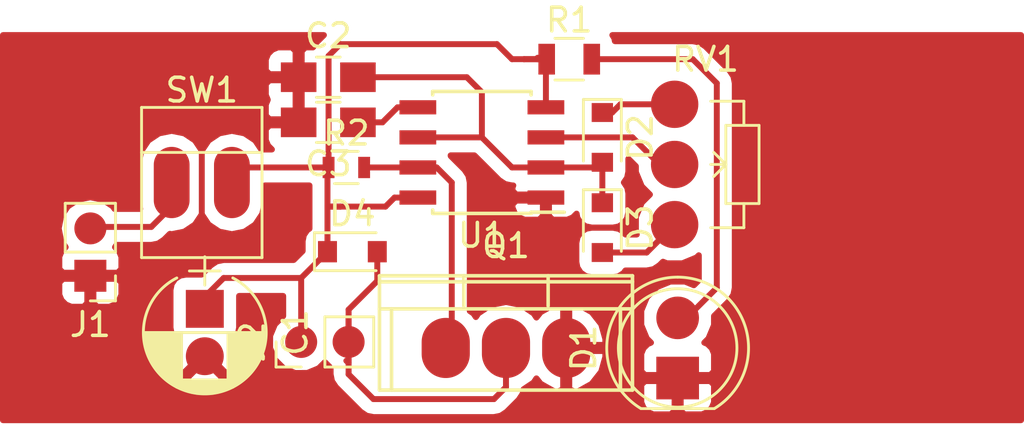
<source format=kicad_pcb>
(kicad_pcb (version 4) (host pcbnew 4.0.6)

  (general
    (links 27)
    (no_connects 0)
    (area 0 0 0 0)
    (thickness 1.6)
    (drawings 0)
    (tracks 83)
    (zones 0)
    (modules 15)
    (nets 12)
  )

  (page A4)
  (layers
    (0 F.Cu signal)
    (31 B.Cu signal)
    (32 B.Adhes user)
    (33 F.Adhes user)
    (34 B.Paste user)
    (35 F.Paste user)
    (36 B.SilkS user)
    (37 F.SilkS user)
    (38 B.Mask user)
    (39 F.Mask user)
    (40 Dwgs.User user)
    (41 Cmts.User user)
    (42 Eco1.User user)
    (43 Eco2.User user)
    (44 Edge.Cuts user)
    (45 Margin user)
    (46 B.CrtYd user)
    (47 F.CrtYd user)
    (48 B.Fab user)
    (49 F.Fab user)
  )

  (setup
    (last_trace_width 0.25)
    (trace_clearance 0.2)
    (zone_clearance 0.508)
    (zone_45_only no)
    (trace_min 0.2)
    (segment_width 0.2)
    (edge_width 0.15)
    (via_size 0.6)
    (via_drill 0.4)
    (via_min_size 0.4)
    (via_min_drill 0.3)
    (uvia_size 0.3)
    (uvia_drill 0.1)
    (uvias_allowed no)
    (uvia_min_size 0.2)
    (uvia_min_drill 0.1)
    (pcb_text_width 0.3)
    (pcb_text_size 1.5 1.5)
    (mod_edge_width 0.15)
    (mod_text_size 1 1)
    (mod_text_width 0.15)
    (pad_size 1.35 1.35)
    (pad_drill 0)
    (pad_to_mask_clearance 0.2)
    (aux_axis_origin 0 0)
    (visible_elements FFFEFF5F)
    (pcbplotparams
      (layerselection 0x00030_80000001)
      (usegerberextensions false)
      (excludeedgelayer true)
      (linewidth 0.100000)
      (plotframeref false)
      (viasonmask false)
      (mode 1)
      (useauxorigin false)
      (hpglpennumber 1)
      (hpglpenspeed 20)
      (hpglpendiameter 15)
      (hpglpenoverlay 2)
      (psnegative false)
      (psa4output false)
      (plotreference true)
      (plotvalue true)
      (plotinvisibletext false)
      (padsonsilk false)
      (subtractmaskfromsilk false)
      (outputformat 1)
      (mirror false)
      (drillshape 1)
      (scaleselection 1)
      (outputdirectory ""))
  )

  (net 0 "")
  (net 1 "Net-(C1-Pad1)")
  (net 2 "Net-(C1-Pad2)")
  (net 3 "Net-(C2-Pad2)")
  (net 4 "Net-(C3-Pad1)")
  (net 5 "Net-(D1-Pad2)")
  (net 6 "Net-(D2-Pad1)")
  (net 7 "Net-(D3-Pad2)")
  (net 8 "Net-(D4-Pad2)")
  (net 9 "Net-(J1-Pad2)")
  (net 10 "Net-(Q1-Pad1)")
  (net 11 "Net-(RV1-Pad2)")

  (net_class Default "This is the default net class."
    (clearance 0.2)
    (trace_width 0.25)
    (via_dia 0.6)
    (via_drill 0.4)
    (uvia_dia 0.3)
    (uvia_drill 0.1)
    (add_net "Net-(C1-Pad1)")
    (add_net "Net-(C1-Pad2)")
    (add_net "Net-(C2-Pad2)")
    (add_net "Net-(C3-Pad1)")
    (add_net "Net-(D1-Pad2)")
    (add_net "Net-(D2-Pad1)")
    (add_net "Net-(D3-Pad2)")
    (add_net "Net-(D4-Pad2)")
    (add_net "Net-(J1-Pad2)")
    (add_net "Net-(Q1-Pad1)")
    (add_net "Net-(RV1-Pad2)")
  )

  (module Diodes_SMD:D_0805 (layer F.Cu) (tedit 590CE9A4) (tstamp 59A6AC2C)
    (at 135.509 110.871)
    (descr "Diode SMD in 0805 package http://datasheets.avx.com/schottky.pdf")
    (tags "smd diode")
    (path /59A69CAF)
    (attr smd)
    (fp_text reference D4 (at 0 -1.6) (layer F.SilkS)
      (effects (font (size 1 1) (thickness 0.15)))
    )
    (fp_text value LL4148 (at 0 1.7) (layer F.Fab)
      (effects (font (size 1 1) (thickness 0.15)))
    )
    (fp_text user %R (at 0 -1.6) (layer F.Fab)
      (effects (font (size 1 1) (thickness 0.15)))
    )
    (fp_line (start -1.6 -0.8) (end -1.6 0.8) (layer F.SilkS) (width 0.12))
    (fp_line (start -1.7 0.88) (end -1.7 -0.88) (layer F.CrtYd) (width 0.05))
    (fp_line (start 1.7 0.88) (end -1.7 0.88) (layer F.CrtYd) (width 0.05))
    (fp_line (start 1.7 -0.88) (end 1.7 0.88) (layer F.CrtYd) (width 0.05))
    (fp_line (start -1.7 -0.88) (end 1.7 -0.88) (layer F.CrtYd) (width 0.05))
    (fp_line (start 0.2 0) (end 0.4 0) (layer F.Fab) (width 0.1))
    (fp_line (start -0.1 0) (end -0.3 0) (layer F.Fab) (width 0.1))
    (fp_line (start -0.1 -0.2) (end -0.1 0.2) (layer F.Fab) (width 0.1))
    (fp_line (start 0.2 0.2) (end 0.2 -0.2) (layer F.Fab) (width 0.1))
    (fp_line (start -0.1 0) (end 0.2 0.2) (layer F.Fab) (width 0.1))
    (fp_line (start 0.2 -0.2) (end -0.1 0) (layer F.Fab) (width 0.1))
    (fp_line (start -1 0.65) (end -1 -0.65) (layer F.Fab) (width 0.1))
    (fp_line (start 1 0.65) (end -1 0.65) (layer F.Fab) (width 0.1))
    (fp_line (start 1 -0.65) (end 1 0.65) (layer F.Fab) (width 0.1))
    (fp_line (start -1 -0.65) (end 1 -0.65) (layer F.Fab) (width 0.1))
    (fp_line (start -1.6 0.8) (end 1 0.8) (layer F.SilkS) (width 0.12))
    (fp_line (start -1.6 -0.8) (end 1 -0.8) (layer F.SilkS) (width 0.12))
    (pad 1 smd rect (at -1.05 0) (size 0.8 0.9) (layers F.Cu F.Paste F.Mask)
      (net 1 "Net-(C1-Pad1)"))
    (pad 2 smd rect (at 1.05 0) (size 0.8 0.9) (layers F.Cu F.Paste F.Mask)
      (net 8 "Net-(D4-Pad2)"))
    (model ${KISYS3DMOD}/Diodes_SMD.3dshapes/D_0805.wrl
      (at (xyz 0 0 0))
      (scale (xyz 1 1 1))
      (rotate (xyz 0 0 0))
    )
  )

  (module Capacitors_SMD:C_0805_HandSoldering (layer F.Cu) (tedit 58AA84A8) (tstamp 59A6AC14)
    (at 134.493 105.41 180)
    (descr "Capacitor SMD 0805, hand soldering")
    (tags "capacitor 0805")
    (path /59A69E55)
    (attr smd)
    (fp_text reference C3 (at 0 -1.75 180) (layer F.SilkS)
      (effects (font (size 1 1) (thickness 0.15)))
    )
    (fp_text value 100n (at 0 1.75 180) (layer F.Fab)
      (effects (font (size 1 1) (thickness 0.15)))
    )
    (fp_text user %R (at 0 -1.75 180) (layer F.Fab)
      (effects (font (size 1 1) (thickness 0.15)))
    )
    (fp_line (start -1 0.62) (end -1 -0.62) (layer F.Fab) (width 0.1))
    (fp_line (start 1 0.62) (end -1 0.62) (layer F.Fab) (width 0.1))
    (fp_line (start 1 -0.62) (end 1 0.62) (layer F.Fab) (width 0.1))
    (fp_line (start -1 -0.62) (end 1 -0.62) (layer F.Fab) (width 0.1))
    (fp_line (start 0.5 -0.85) (end -0.5 -0.85) (layer F.SilkS) (width 0.12))
    (fp_line (start -0.5 0.85) (end 0.5 0.85) (layer F.SilkS) (width 0.12))
    (fp_line (start -2.25 -0.88) (end 2.25 -0.88) (layer F.CrtYd) (width 0.05))
    (fp_line (start -2.25 -0.88) (end -2.25 0.87) (layer F.CrtYd) (width 0.05))
    (fp_line (start 2.25 0.87) (end 2.25 -0.88) (layer F.CrtYd) (width 0.05))
    (fp_line (start 2.25 0.87) (end -2.25 0.87) (layer F.CrtYd) (width 0.05))
    (pad 1 smd rect (at -1.25 0 180) (size 1.5 1.25) (layers F.Cu F.Paste F.Mask)
      (net 4 "Net-(C3-Pad1)"))
    (pad 2 smd rect (at 1.25 0 180) (size 1.5 1.25) (layers F.Cu F.Paste F.Mask)
      (net 2 "Net-(C1-Pad2)"))
    (model Capacitors_SMD.3dshapes/C_0805.wrl
      (at (xyz 0 0 0))
      (scale (xyz 1 1 1))
      (rotate (xyz 0 0 0))
    )
  )

  (module Connectors:PINHEAD1-2 (layer F.Cu) (tedit 59A6AFDE) (tstamp 59A6AC58)
    (at 127.889 107.95)
    (path /59A6D772)
    (fp_text reference SW1 (at 1.27 -3.9) (layer F.SilkS)
      (effects (font (size 1 1) (thickness 0.15)))
    )
    (fp_text value SW_SPST (at 1.27 3.81) (layer F.Fab)
      (effects (font (size 1 1) (thickness 0.15)))
    )
    (fp_line (start 3.81 -1.27) (end -1.27 -1.27) (layer F.SilkS) (width 0.12))
    (fp_line (start 3.81 3.17) (end -1.27 3.17) (layer F.SilkS) (width 0.12))
    (fp_line (start -1.27 -3.17) (end 3.81 -3.17) (layer F.SilkS) (width 0.12))
    (fp_line (start -1.27 -3.17) (end -1.27 3.17) (layer F.SilkS) (width 0.12))
    (fp_line (start 3.81 -3.17) (end 3.81 3.17) (layer F.SilkS) (width 0.12))
    (fp_line (start -1.52 -3.42) (end 4.06 -3.42) (layer F.CrtYd) (width 0.05))
    (fp_line (start -1.52 -3.42) (end -1.52 3.42) (layer F.CrtYd) (width 0.05))
    (fp_line (start 4.06 3.42) (end 4.06 -3.42) (layer F.CrtYd) (width 0.05))
    (fp_line (start 4.06 3.42) (end -1.52 3.42) (layer F.CrtYd) (width 0.05))
    (pad 1 smd oval (at 0 0) (size 1.51 3.01) (layers F.Cu F.Paste F.Mask)
      (net 9 "Net-(J1-Pad2)"))
    (pad 2 smd oval (at 2.54 0) (size 1.51 3.01) (layers F.Cu F.Paste F.Mask)
      (net 1 "Net-(C1-Pad1)"))
  )

  (module Capacitors_THT:CP_Radial_D5.0mm_P2.00mm (layer F.Cu) (tedit 59A6BF5F) (tstamp 59A6AC08)
    (at 129.286 113.284 270)
    (descr "CP, Radial series, Radial, pin pitch=2.00mm, , diameter=5mm, Electrolytic Capacitor")
    (tags "CP Radial series Radial pin pitch 2.00mm  diameter 5mm Electrolytic Capacitor")
    (path /59A6A163)
    (fp_text reference C1 (at 1 -3.81 270) (layer F.SilkS)
      (effects (font (size 1 1) (thickness 0.15)))
    )
    (fp_text value 100u (at 1 3.81 270) (layer F.Fab)
      (effects (font (size 1 1) (thickness 0.15)))
    )
    (fp_arc (start 1 0) (end -1.30558 -1.18) (angle 125.8) (layer F.SilkS) (width 0.12))
    (fp_arc (start 1 0) (end -1.30558 1.18) (angle -125.8) (layer F.SilkS) (width 0.12))
    (fp_arc (start 1 0) (end 3.30558 -1.18) (angle 54.2) (layer F.SilkS) (width 0.12))
    (fp_circle (center 1 0) (end 3.5 0) (layer F.Fab) (width 0.1))
    (fp_line (start -2.2 0) (end -1 0) (layer F.Fab) (width 0.1))
    (fp_line (start -1.6 -0.65) (end -1.6 0.65) (layer F.Fab) (width 0.1))
    (fp_line (start 1 -2.55) (end 1 2.55) (layer F.SilkS) (width 0.12))
    (fp_line (start 1.04 -2.55) (end 1.04 -0.98) (layer F.SilkS) (width 0.12))
    (fp_line (start 1.04 0.98) (end 1.04 2.55) (layer F.SilkS) (width 0.12))
    (fp_line (start 1.08 -2.549) (end 1.08 -0.98) (layer F.SilkS) (width 0.12))
    (fp_line (start 1.08 0.98) (end 1.08 2.549) (layer F.SilkS) (width 0.12))
    (fp_line (start 1.12 -2.548) (end 1.12 -0.98) (layer F.SilkS) (width 0.12))
    (fp_line (start 1.12 0.98) (end 1.12 2.548) (layer F.SilkS) (width 0.12))
    (fp_line (start 1.16 -2.546) (end 1.16 -0.98) (layer F.SilkS) (width 0.12))
    (fp_line (start 1.16 0.98) (end 1.16 2.546) (layer F.SilkS) (width 0.12))
    (fp_line (start 1.2 -2.543) (end 1.2 -0.98) (layer F.SilkS) (width 0.12))
    (fp_line (start 1.2 0.98) (end 1.2 2.543) (layer F.SilkS) (width 0.12))
    (fp_line (start 1.24 -2.539) (end 1.24 -0.98) (layer F.SilkS) (width 0.12))
    (fp_line (start 1.24 0.98) (end 1.24 2.539) (layer F.SilkS) (width 0.12))
    (fp_line (start 1.28 -2.535) (end 1.28 -0.98) (layer F.SilkS) (width 0.12))
    (fp_line (start 1.28 0.98) (end 1.28 2.535) (layer F.SilkS) (width 0.12))
    (fp_line (start 1.32 -2.531) (end 1.32 -0.98) (layer F.SilkS) (width 0.12))
    (fp_line (start 1.32 0.98) (end 1.32 2.531) (layer F.SilkS) (width 0.12))
    (fp_line (start 1.36 -2.525) (end 1.36 -0.98) (layer F.SilkS) (width 0.12))
    (fp_line (start 1.36 0.98) (end 1.36 2.525) (layer F.SilkS) (width 0.12))
    (fp_line (start 1.4 -2.519) (end 1.4 -0.98) (layer F.SilkS) (width 0.12))
    (fp_line (start 1.4 0.98) (end 1.4 2.519) (layer F.SilkS) (width 0.12))
    (fp_line (start 1.44 -2.513) (end 1.44 -0.98) (layer F.SilkS) (width 0.12))
    (fp_line (start 1.44 0.98) (end 1.44 2.513) (layer F.SilkS) (width 0.12))
    (fp_line (start 1.48 -2.506) (end 1.48 -0.98) (layer F.SilkS) (width 0.12))
    (fp_line (start 1.48 0.98) (end 1.48 2.506) (layer F.SilkS) (width 0.12))
    (fp_line (start 1.52 -2.498) (end 1.52 -0.98) (layer F.SilkS) (width 0.12))
    (fp_line (start 1.52 0.98) (end 1.52 2.498) (layer F.SilkS) (width 0.12))
    (fp_line (start 1.56 -2.489) (end 1.56 -0.98) (layer F.SilkS) (width 0.12))
    (fp_line (start 1.56 0.98) (end 1.56 2.489) (layer F.SilkS) (width 0.12))
    (fp_line (start 1.6 -2.48) (end 1.6 -0.98) (layer F.SilkS) (width 0.12))
    (fp_line (start 1.6 0.98) (end 1.6 2.48) (layer F.SilkS) (width 0.12))
    (fp_line (start 1.64 -2.47) (end 1.64 -0.98) (layer F.SilkS) (width 0.12))
    (fp_line (start 1.64 0.98) (end 1.64 2.47) (layer F.SilkS) (width 0.12))
    (fp_line (start 1.68 -2.46) (end 1.68 -0.98) (layer F.SilkS) (width 0.12))
    (fp_line (start 1.68 0.98) (end 1.68 2.46) (layer F.SilkS) (width 0.12))
    (fp_line (start 1.721 -2.448) (end 1.721 -0.98) (layer F.SilkS) (width 0.12))
    (fp_line (start 1.721 0.98) (end 1.721 2.448) (layer F.SilkS) (width 0.12))
    (fp_line (start 1.761 -2.436) (end 1.761 -0.98) (layer F.SilkS) (width 0.12))
    (fp_line (start 1.761 0.98) (end 1.761 2.436) (layer F.SilkS) (width 0.12))
    (fp_line (start 1.801 -2.424) (end 1.801 -0.98) (layer F.SilkS) (width 0.12))
    (fp_line (start 1.801 0.98) (end 1.801 2.424) (layer F.SilkS) (width 0.12))
    (fp_line (start 1.841 -2.41) (end 1.841 -0.98) (layer F.SilkS) (width 0.12))
    (fp_line (start 1.841 0.98) (end 1.841 2.41) (layer F.SilkS) (width 0.12))
    (fp_line (start 1.881 -2.396) (end 1.881 -0.98) (layer F.SilkS) (width 0.12))
    (fp_line (start 1.881 0.98) (end 1.881 2.396) (layer F.SilkS) (width 0.12))
    (fp_line (start 1.921 -2.382) (end 1.921 -0.98) (layer F.SilkS) (width 0.12))
    (fp_line (start 1.921 0.98) (end 1.921 2.382) (layer F.SilkS) (width 0.12))
    (fp_line (start 1.961 -2.366) (end 1.961 -0.98) (layer F.SilkS) (width 0.12))
    (fp_line (start 1.961 0.98) (end 1.961 2.366) (layer F.SilkS) (width 0.12))
    (fp_line (start 2.001 -2.35) (end 2.001 -0.98) (layer F.SilkS) (width 0.12))
    (fp_line (start 2.001 0.98) (end 2.001 2.35) (layer F.SilkS) (width 0.12))
    (fp_line (start 2.041 -2.333) (end 2.041 -0.98) (layer F.SilkS) (width 0.12))
    (fp_line (start 2.041 0.98) (end 2.041 2.333) (layer F.SilkS) (width 0.12))
    (fp_line (start 2.081 -2.315) (end 2.081 -0.98) (layer F.SilkS) (width 0.12))
    (fp_line (start 2.081 0.98) (end 2.081 2.315) (layer F.SilkS) (width 0.12))
    (fp_line (start 2.121 -2.296) (end 2.121 -0.98) (layer F.SilkS) (width 0.12))
    (fp_line (start 2.121 0.98) (end 2.121 2.296) (layer F.SilkS) (width 0.12))
    (fp_line (start 2.161 -2.276) (end 2.161 -0.98) (layer F.SilkS) (width 0.12))
    (fp_line (start 2.161 0.98) (end 2.161 2.276) (layer F.SilkS) (width 0.12))
    (fp_line (start 2.201 -2.256) (end 2.201 -0.98) (layer F.SilkS) (width 0.12))
    (fp_line (start 2.201 0.98) (end 2.201 2.256) (layer F.SilkS) (width 0.12))
    (fp_line (start 2.241 -2.234) (end 2.241 -0.98) (layer F.SilkS) (width 0.12))
    (fp_line (start 2.241 0.98) (end 2.241 2.234) (layer F.SilkS) (width 0.12))
    (fp_line (start 2.281 -2.212) (end 2.281 -0.98) (layer F.SilkS) (width 0.12))
    (fp_line (start 2.281 0.98) (end 2.281 2.212) (layer F.SilkS) (width 0.12))
    (fp_line (start 2.321 -2.189) (end 2.321 -0.98) (layer F.SilkS) (width 0.12))
    (fp_line (start 2.321 0.98) (end 2.321 2.189) (layer F.SilkS) (width 0.12))
    (fp_line (start 2.361 -2.165) (end 2.361 -0.98) (layer F.SilkS) (width 0.12))
    (fp_line (start 2.361 0.98) (end 2.361 2.165) (layer F.SilkS) (width 0.12))
    (fp_line (start 2.401 -2.14) (end 2.401 -0.98) (layer F.SilkS) (width 0.12))
    (fp_line (start 2.401 0.98) (end 2.401 2.14) (layer F.SilkS) (width 0.12))
    (fp_line (start 2.441 -2.113) (end 2.441 -0.98) (layer F.SilkS) (width 0.12))
    (fp_line (start 2.441 0.98) (end 2.441 2.113) (layer F.SilkS) (width 0.12))
    (fp_line (start 2.481 -2.086) (end 2.481 -0.98) (layer F.SilkS) (width 0.12))
    (fp_line (start 2.481 0.98) (end 2.481 2.086) (layer F.SilkS) (width 0.12))
    (fp_line (start 2.521 -2.058) (end 2.521 -0.98) (layer F.SilkS) (width 0.12))
    (fp_line (start 2.521 0.98) (end 2.521 2.058) (layer F.SilkS) (width 0.12))
    (fp_line (start 2.561 -2.028) (end 2.561 -0.98) (layer F.SilkS) (width 0.12))
    (fp_line (start 2.561 0.98) (end 2.561 2.028) (layer F.SilkS) (width 0.12))
    (fp_line (start 2.601 -1.997) (end 2.601 -0.98) (layer F.SilkS) (width 0.12))
    (fp_line (start 2.601 0.98) (end 2.601 1.997) (layer F.SilkS) (width 0.12))
    (fp_line (start 2.641 -1.965) (end 2.641 -0.98) (layer F.SilkS) (width 0.12))
    (fp_line (start 2.641 0.98) (end 2.641 1.965) (layer F.SilkS) (width 0.12))
    (fp_line (start 2.681 -1.932) (end 2.681 -0.98) (layer F.SilkS) (width 0.12))
    (fp_line (start 2.681 0.98) (end 2.681 1.932) (layer F.SilkS) (width 0.12))
    (fp_line (start 2.721 -1.897) (end 2.721 -0.98) (layer F.SilkS) (width 0.12))
    (fp_line (start 2.721 0.98) (end 2.721 1.897) (layer F.SilkS) (width 0.12))
    (fp_line (start 2.761 -1.861) (end 2.761 -0.98) (layer F.SilkS) (width 0.12))
    (fp_line (start 2.761 0.98) (end 2.761 1.861) (layer F.SilkS) (width 0.12))
    (fp_line (start 2.801 -1.823) (end 2.801 -0.98) (layer F.SilkS) (width 0.12))
    (fp_line (start 2.801 0.98) (end 2.801 1.823) (layer F.SilkS) (width 0.12))
    (fp_line (start 2.841 -1.783) (end 2.841 -0.98) (layer F.SilkS) (width 0.12))
    (fp_line (start 2.841 0.98) (end 2.841 1.783) (layer F.SilkS) (width 0.12))
    (fp_line (start 2.881 -1.742) (end 2.881 -0.98) (layer F.SilkS) (width 0.12))
    (fp_line (start 2.881 0.98) (end 2.881 1.742) (layer F.SilkS) (width 0.12))
    (fp_line (start 2.921 -1.699) (end 2.921 -0.98) (layer F.SilkS) (width 0.12))
    (fp_line (start 2.921 0.98) (end 2.921 1.699) (layer F.SilkS) (width 0.12))
    (fp_line (start 2.961 -1.654) (end 2.961 -0.98) (layer F.SilkS) (width 0.12))
    (fp_line (start 2.961 0.98) (end 2.961 1.654) (layer F.SilkS) (width 0.12))
    (fp_line (start 3.001 -1.606) (end 3.001 1.606) (layer F.SilkS) (width 0.12))
    (fp_line (start 3.041 -1.556) (end 3.041 1.556) (layer F.SilkS) (width 0.12))
    (fp_line (start 3.081 -1.504) (end 3.081 1.504) (layer F.SilkS) (width 0.12))
    (fp_line (start 3.121 -1.448) (end 3.121 1.448) (layer F.SilkS) (width 0.12))
    (fp_line (start 3.161 -1.39) (end 3.161 1.39) (layer F.SilkS) (width 0.12))
    (fp_line (start 3.201 -1.327) (end 3.201 1.327) (layer F.SilkS) (width 0.12))
    (fp_line (start 3.241 -1.261) (end 3.241 1.261) (layer F.SilkS) (width 0.12))
    (fp_line (start 3.281 -1.189) (end 3.281 1.189) (layer F.SilkS) (width 0.12))
    (fp_line (start 3.321 -1.112) (end 3.321 1.112) (layer F.SilkS) (width 0.12))
    (fp_line (start 3.361 -1.028) (end 3.361 1.028) (layer F.SilkS) (width 0.12))
    (fp_line (start 3.401 -0.934) (end 3.401 0.934) (layer F.SilkS) (width 0.12))
    (fp_line (start 3.441 -0.829) (end 3.441 0.829) (layer F.SilkS) (width 0.12))
    (fp_line (start 3.481 -0.707) (end 3.481 0.707) (layer F.SilkS) (width 0.12))
    (fp_line (start 3.521 -0.559) (end 3.521 0.559) (layer F.SilkS) (width 0.12))
    (fp_line (start 3.561 -0.354) (end 3.561 0.354) (layer F.SilkS) (width 0.12))
    (fp_line (start -2.2 0) (end -1 0) (layer F.SilkS) (width 0.12))
    (fp_line (start -1.6 -0.65) (end -1.6 0.65) (layer F.SilkS) (width 0.12))
    (fp_line (start -1.85 -2.85) (end -1.85 2.85) (layer F.CrtYd) (width 0.05))
    (fp_line (start -1.85 2.85) (end 3.85 2.85) (layer F.CrtYd) (width 0.05))
    (fp_line (start 3.85 2.85) (end 3.85 -2.85) (layer F.CrtYd) (width 0.05))
    (fp_line (start 3.85 -2.85) (end -1.85 -2.85) (layer F.CrtYd) (width 0.05))
    (fp_text user %R (at 1 0 270) (layer F.Fab)
      (effects (font (size 1 1) (thickness 0.15)))
    )
    (pad 1 smd rect (at 0 0 270) (size 1.6 1.6) (layers F.Cu F.Paste F.Mask)
      (net 1 "Net-(C1-Pad1)"))
    (pad 2 smd circle (at 2 0 270) (size 1.6 1.6) (layers F.Cu F.Paste F.Mask)
      (net 2 "Net-(C1-Pad2)"))
    (model ${KISYS3DMOD}/Capacitors_THT.3dshapes/CP_Radial_D5.0mm_P2.00mm.wrl
      (at (xyz 0 0 0))
      (scale (xyz 1 1 1))
      (rotate (xyz 0 0 0))
    )
  )

  (module Capacitors_SMD:C_0805_HandSoldering (layer F.Cu) (tedit 58AA84A8) (tstamp 59A6AC0E)
    (at 134.493 103.505)
    (descr "Capacitor SMD 0805, hand soldering")
    (tags "capacitor 0805")
    (path /59A69F07)
    (attr smd)
    (fp_text reference C2 (at 0 -1.75) (layer F.SilkS)
      (effects (font (size 1 1) (thickness 0.15)))
    )
    (fp_text value 10n (at 0 1.75) (layer F.Fab)
      (effects (font (size 1 1) (thickness 0.15)))
    )
    (fp_text user %R (at 0 -1.75) (layer F.Fab)
      (effects (font (size 1 1) (thickness 0.15)))
    )
    (fp_line (start -1 0.62) (end -1 -0.62) (layer F.Fab) (width 0.1))
    (fp_line (start 1 0.62) (end -1 0.62) (layer F.Fab) (width 0.1))
    (fp_line (start 1 -0.62) (end 1 0.62) (layer F.Fab) (width 0.1))
    (fp_line (start -1 -0.62) (end 1 -0.62) (layer F.Fab) (width 0.1))
    (fp_line (start 0.5 -0.85) (end -0.5 -0.85) (layer F.SilkS) (width 0.12))
    (fp_line (start -0.5 0.85) (end 0.5 0.85) (layer F.SilkS) (width 0.12))
    (fp_line (start -2.25 -0.88) (end 2.25 -0.88) (layer F.CrtYd) (width 0.05))
    (fp_line (start -2.25 -0.88) (end -2.25 0.87) (layer F.CrtYd) (width 0.05))
    (fp_line (start 2.25 0.87) (end 2.25 -0.88) (layer F.CrtYd) (width 0.05))
    (fp_line (start 2.25 0.87) (end -2.25 0.87) (layer F.CrtYd) (width 0.05))
    (pad 1 smd rect (at -1.25 0) (size 1.5 1.25) (layers F.Cu F.Paste F.Mask)
      (net 2 "Net-(C1-Pad2)"))
    (pad 2 smd rect (at 1.25 0) (size 1.5 1.25) (layers F.Cu F.Paste F.Mask)
      (net 3 "Net-(C2-Pad2)"))
    (model Capacitors_SMD.3dshapes/C_0805.wrl
      (at (xyz 0 0 0))
      (scale (xyz 1 1 1))
      (rotate (xyz 0 0 0))
    )
  )

  (module LEDs:LED_D5.0mm (layer F.Cu) (tedit 59A6AFBD) (tstamp 59A6AC1A)
    (at 149.225 116.205 90)
    (descr "LED, diameter 5.0mm, 2 pins, http://cdn-reichelt.de/documents/datenblatt/A500/LL-504BC2E-009.pdf")
    (tags "LED diameter 5.0mm 2 pins")
    (path /59A6AA9C)
    (fp_text reference D1 (at 1.27 -3.96 90) (layer F.SilkS)
      (effects (font (size 1 1) (thickness 0.15)))
    )
    (fp_text value LED (at 1.27 3.96 90) (layer F.Fab)
      (effects (font (size 1 1) (thickness 0.15)))
    )
    (fp_arc (start 1.27 0) (end -1.23 -1.469694) (angle 299.1) (layer F.Fab) (width 0.1))
    (fp_arc (start 1.27 0) (end -1.29 -1.54483) (angle 148.9) (layer F.SilkS) (width 0.12))
    (fp_arc (start 1.27 0) (end -1.29 1.54483) (angle -148.9) (layer F.SilkS) (width 0.12))
    (fp_circle (center 1.27 0) (end 3.77 0) (layer F.Fab) (width 0.1))
    (fp_circle (center 1.27 0) (end 3.77 0) (layer F.SilkS) (width 0.12))
    (fp_line (start -1.23 -1.469694) (end -1.23 1.469694) (layer F.Fab) (width 0.1))
    (fp_line (start -1.29 -1.545) (end -1.29 1.545) (layer F.SilkS) (width 0.12))
    (fp_line (start -1.95 -3.25) (end -1.95 3.25) (layer F.CrtYd) (width 0.05))
    (fp_line (start -1.95 3.25) (end 4.5 3.25) (layer F.CrtYd) (width 0.05))
    (fp_line (start 4.5 3.25) (end 4.5 -3.25) (layer F.CrtYd) (width 0.05))
    (fp_line (start 4.5 -3.25) (end -1.95 -3.25) (layer F.CrtYd) (width 0.05))
    (fp_text user %R (at 1.25 0 90) (layer F.Fab)
      (effects (font (size 0.8 0.8) (thickness 0.2)))
    )
    (pad 1 smd rect (at 0 0 90) (size 1.8 1.8) (layers F.Cu F.Paste F.Mask)
      (net 2 "Net-(C1-Pad2)"))
    (pad 2 smd circle (at 2.54 0 90) (size 1.8 1.8) (layers F.Cu F.Paste F.Mask)
      (net 5 "Net-(D1-Pad2)"))
    (model ${KISYS3DMOD}/LEDs.3dshapes/LED_D5.0mm.wrl
      (at (xyz 0 0 0))
      (scale (xyz 0.393701 0.393701 0.393701))
      (rotate (xyz 0 0 0))
    )
  )

  (module Diodes_SMD:D_0805 (layer F.Cu) (tedit 590CE9A4) (tstamp 59A6AC20)
    (at 146.05 106.045 270)
    (descr "Diode SMD in 0805 package http://datasheets.avx.com/schottky.pdf")
    (tags "smd diode")
    (path /59A6BF9C)
    (attr smd)
    (fp_text reference D2 (at 0 -1.6 270) (layer F.SilkS)
      (effects (font (size 1 1) (thickness 0.15)))
    )
    (fp_text value LL4148 (at 0 1.7 270) (layer F.Fab)
      (effects (font (size 1 1) (thickness 0.15)))
    )
    (fp_text user %R (at 0 -1.6 270) (layer F.Fab)
      (effects (font (size 1 1) (thickness 0.15)))
    )
    (fp_line (start -1.6 -0.8) (end -1.6 0.8) (layer F.SilkS) (width 0.12))
    (fp_line (start -1.7 0.88) (end -1.7 -0.88) (layer F.CrtYd) (width 0.05))
    (fp_line (start 1.7 0.88) (end -1.7 0.88) (layer F.CrtYd) (width 0.05))
    (fp_line (start 1.7 -0.88) (end 1.7 0.88) (layer F.CrtYd) (width 0.05))
    (fp_line (start -1.7 -0.88) (end 1.7 -0.88) (layer F.CrtYd) (width 0.05))
    (fp_line (start 0.2 0) (end 0.4 0) (layer F.Fab) (width 0.1))
    (fp_line (start -0.1 0) (end -0.3 0) (layer F.Fab) (width 0.1))
    (fp_line (start -0.1 -0.2) (end -0.1 0.2) (layer F.Fab) (width 0.1))
    (fp_line (start 0.2 0.2) (end 0.2 -0.2) (layer F.Fab) (width 0.1))
    (fp_line (start -0.1 0) (end 0.2 0.2) (layer F.Fab) (width 0.1))
    (fp_line (start 0.2 -0.2) (end -0.1 0) (layer F.Fab) (width 0.1))
    (fp_line (start -1 0.65) (end -1 -0.65) (layer F.Fab) (width 0.1))
    (fp_line (start 1 0.65) (end -1 0.65) (layer F.Fab) (width 0.1))
    (fp_line (start 1 -0.65) (end 1 0.65) (layer F.Fab) (width 0.1))
    (fp_line (start -1 -0.65) (end 1 -0.65) (layer F.Fab) (width 0.1))
    (fp_line (start -1.6 0.8) (end 1 0.8) (layer F.SilkS) (width 0.12))
    (fp_line (start -1.6 -0.8) (end 1 -0.8) (layer F.SilkS) (width 0.12))
    (pad 1 smd rect (at -1.05 0 270) (size 0.8 0.9) (layers F.Cu F.Paste F.Mask)
      (net 6 "Net-(D2-Pad1)"))
    (pad 2 smd rect (at 1.05 0 270) (size 0.8 0.9) (layers F.Cu F.Paste F.Mask)
      (net 3 "Net-(C2-Pad2)"))
    (model ${KISYS3DMOD}/Diodes_SMD.3dshapes/D_0805.wrl
      (at (xyz 0 0 0))
      (scale (xyz 1 1 1))
      (rotate (xyz 0 0 0))
    )
  )

  (module Diodes_SMD:D_0805 (layer F.Cu) (tedit 590CE9A4) (tstamp 59A6AC26)
    (at 146.05 109.855 270)
    (descr "Diode SMD in 0805 package http://datasheets.avx.com/schottky.pdf")
    (tags "smd diode")
    (path /59A6BFA2)
    (attr smd)
    (fp_text reference D3 (at 0 -1.6 270) (layer F.SilkS)
      (effects (font (size 1 1) (thickness 0.15)))
    )
    (fp_text value LL4148 (at 0 1.7 270) (layer F.Fab)
      (effects (font (size 1 1) (thickness 0.15)))
    )
    (fp_text user %R (at 0 -1.6 270) (layer F.Fab)
      (effects (font (size 1 1) (thickness 0.15)))
    )
    (fp_line (start -1.6 -0.8) (end -1.6 0.8) (layer F.SilkS) (width 0.12))
    (fp_line (start -1.7 0.88) (end -1.7 -0.88) (layer F.CrtYd) (width 0.05))
    (fp_line (start 1.7 0.88) (end -1.7 0.88) (layer F.CrtYd) (width 0.05))
    (fp_line (start 1.7 -0.88) (end 1.7 0.88) (layer F.CrtYd) (width 0.05))
    (fp_line (start -1.7 -0.88) (end 1.7 -0.88) (layer F.CrtYd) (width 0.05))
    (fp_line (start 0.2 0) (end 0.4 0) (layer F.Fab) (width 0.1))
    (fp_line (start -0.1 0) (end -0.3 0) (layer F.Fab) (width 0.1))
    (fp_line (start -0.1 -0.2) (end -0.1 0.2) (layer F.Fab) (width 0.1))
    (fp_line (start 0.2 0.2) (end 0.2 -0.2) (layer F.Fab) (width 0.1))
    (fp_line (start -0.1 0) (end 0.2 0.2) (layer F.Fab) (width 0.1))
    (fp_line (start 0.2 -0.2) (end -0.1 0) (layer F.Fab) (width 0.1))
    (fp_line (start -1 0.65) (end -1 -0.65) (layer F.Fab) (width 0.1))
    (fp_line (start 1 0.65) (end -1 0.65) (layer F.Fab) (width 0.1))
    (fp_line (start 1 -0.65) (end 1 0.65) (layer F.Fab) (width 0.1))
    (fp_line (start -1 -0.65) (end 1 -0.65) (layer F.Fab) (width 0.1))
    (fp_line (start -1.6 0.8) (end 1 0.8) (layer F.SilkS) (width 0.12))
    (fp_line (start -1.6 -0.8) (end 1 -0.8) (layer F.SilkS) (width 0.12))
    (pad 1 smd rect (at -1.05 0 270) (size 0.8 0.9) (layers F.Cu F.Paste F.Mask)
      (net 3 "Net-(C2-Pad2)"))
    (pad 2 smd rect (at 1.05 0 270) (size 0.8 0.9) (layers F.Cu F.Paste F.Mask)
      (net 7 "Net-(D3-Pad2)"))
    (model ${KISYS3DMOD}/Diodes_SMD.3dshapes/D_0805.wrl
      (at (xyz 0 0 0))
      (scale (xyz 1 1 1))
      (rotate (xyz 0 0 0))
    )
  )

  (module Pin_Headers:Pin_Header_Straight_1x02_Pitch2.00mm (layer F.Cu) (tedit 59A6AF8F) (tstamp 59A6AC3F)
    (at 133.35 114.681 90)
    (descr "Through hole straight pin header, 1x02, 2.00mm pitch, single row")
    (tags "Through hole pin header THT 1x02 2.00mm single row")
    (path /59A6A732)
    (fp_text reference J2 (at 0 -2.06 90) (layer F.SilkS)
      (effects (font (size 1 1) (thickness 0.15)))
    )
    (fp_text value motor (at 0 4.06 90) (layer F.Fab)
      (effects (font (size 1 1) (thickness 0.15)))
    )
    (fp_line (start -0.5 -1) (end 1 -1) (layer F.Fab) (width 0.1))
    (fp_line (start 1 -1) (end 1 3) (layer F.Fab) (width 0.1))
    (fp_line (start 1 3) (end -1 3) (layer F.Fab) (width 0.1))
    (fp_line (start -1 3) (end -1 -0.5) (layer F.Fab) (width 0.1))
    (fp_line (start -1 -0.5) (end -0.5 -1) (layer F.Fab) (width 0.1))
    (fp_line (start -1.06 3.06) (end 1.06 3.06) (layer F.SilkS) (width 0.12))
    (fp_line (start -1.06 1) (end -1.06 3.06) (layer F.SilkS) (width 0.12))
    (fp_line (start 1.06 1) (end 1.06 3.06) (layer F.SilkS) (width 0.12))
    (fp_line (start -1.06 1) (end 1.06 1) (layer F.SilkS) (width 0.12))
    (fp_line (start -1.06 0) (end -1.06 -1.06) (layer F.SilkS) (width 0.12))
    (fp_line (start -1.06 -1.06) (end 0 -1.06) (layer F.SilkS) (width 0.12))
    (fp_line (start -1.5 -1.5) (end -1.5 3.5) (layer F.CrtYd) (width 0.05))
    (fp_line (start -1.5 3.5) (end 1.5 3.5) (layer F.CrtYd) (width 0.05))
    (fp_line (start 1.5 3.5) (end 1.5 -1.5) (layer F.CrtYd) (width 0.05))
    (fp_line (start 1.5 -1.5) (end -1.5 -1.5) (layer F.CrtYd) (width 0.05))
    (fp_text user %R (at 0 1 180) (layer F.Fab)
      (effects (font (size 1 1) (thickness 0.15)))
    )
    (pad 1 smd circle (at 0 0 90) (size 1.35 1.35) (layers F.Cu F.Paste F.Mask)
      (net 1 "Net-(C1-Pad1)"))
    (pad 2 smd circle (at 0 2 90) (size 1.35 1.35) (layers F.Cu F.Paste F.Mask)
      (net 8 "Net-(D4-Pad2)"))
    (model ${KISYS3DMOD}/Pin_Headers.3dshapes/Pin_Header_Straight_1x02_Pitch2.00mm.wrl
      (at (xyz 0 0 0))
      (scale (xyz 1 1 1))
      (rotate (xyz 0 0 0))
    )
  )

  (module Resistors_SMD:R_0805 (layer F.Cu) (tedit 58E0A804) (tstamp 59A6AC45)
    (at 144.653 102.743)
    (descr "Resistor SMD 0805, reflow soldering, Vishay (see dcrcw.pdf)")
    (tags "resistor 0805")
    (path /59A6A9F7)
    (attr smd)
    (fp_text reference R1 (at 0 -1.65) (layer F.SilkS)
      (effects (font (size 1 1) (thickness 0.15)))
    )
    (fp_text value 150R (at 0 1.75) (layer F.Fab)
      (effects (font (size 1 1) (thickness 0.15)))
    )
    (fp_text user %R (at 0 0) (layer F.Fab)
      (effects (font (size 0.5 0.5) (thickness 0.075)))
    )
    (fp_line (start -1 0.62) (end -1 -0.62) (layer F.Fab) (width 0.1))
    (fp_line (start 1 0.62) (end -1 0.62) (layer F.Fab) (width 0.1))
    (fp_line (start 1 -0.62) (end 1 0.62) (layer F.Fab) (width 0.1))
    (fp_line (start -1 -0.62) (end 1 -0.62) (layer F.Fab) (width 0.1))
    (fp_line (start 0.6 0.88) (end -0.6 0.88) (layer F.SilkS) (width 0.12))
    (fp_line (start -0.6 -0.88) (end 0.6 -0.88) (layer F.SilkS) (width 0.12))
    (fp_line (start -1.55 -0.9) (end 1.55 -0.9) (layer F.CrtYd) (width 0.05))
    (fp_line (start -1.55 -0.9) (end -1.55 0.9) (layer F.CrtYd) (width 0.05))
    (fp_line (start 1.55 0.9) (end 1.55 -0.9) (layer F.CrtYd) (width 0.05))
    (fp_line (start 1.55 0.9) (end -1.55 0.9) (layer F.CrtYd) (width 0.05))
    (pad 1 smd rect (at -0.95 0) (size 0.7 1.3) (layers F.Cu F.Paste F.Mask)
      (net 1 "Net-(C1-Pad1)"))
    (pad 2 smd rect (at 0.95 0) (size 0.7 1.3) (layers F.Cu F.Paste F.Mask)
      (net 5 "Net-(D1-Pad2)"))
    (model ${KISYS3DMOD}/Resistors_SMD.3dshapes/R_0805.wrl
      (at (xyz 0 0 0))
      (scale (xyz 1 1 1))
      (rotate (xyz 0 0 0))
    )
  )

  (module Resistors_SMD:R_0603 (layer F.Cu) (tedit 58E0A804) (tstamp 59A6AC4B)
    (at 135.255 107.315)
    (descr "Resistor SMD 0603, reflow soldering, Vishay (see dcrcw.pdf)")
    (tags "resistor 0603")
    (path /59A69B5B)
    (attr smd)
    (fp_text reference R2 (at 0 -1.45) (layer F.SilkS)
      (effects (font (size 1 1) (thickness 0.15)))
    )
    (fp_text value 10k (at 0 1.5) (layer F.Fab)
      (effects (font (size 1 1) (thickness 0.15)))
    )
    (fp_text user %R (at 0 0) (layer F.Fab)
      (effects (font (size 0.4 0.4) (thickness 0.075)))
    )
    (fp_line (start -0.8 0.4) (end -0.8 -0.4) (layer F.Fab) (width 0.1))
    (fp_line (start 0.8 0.4) (end -0.8 0.4) (layer F.Fab) (width 0.1))
    (fp_line (start 0.8 -0.4) (end 0.8 0.4) (layer F.Fab) (width 0.1))
    (fp_line (start -0.8 -0.4) (end 0.8 -0.4) (layer F.Fab) (width 0.1))
    (fp_line (start 0.5 0.68) (end -0.5 0.68) (layer F.SilkS) (width 0.12))
    (fp_line (start -0.5 -0.68) (end 0.5 -0.68) (layer F.SilkS) (width 0.12))
    (fp_line (start -1.25 -0.7) (end 1.25 -0.7) (layer F.CrtYd) (width 0.05))
    (fp_line (start -1.25 -0.7) (end -1.25 0.7) (layer F.CrtYd) (width 0.05))
    (fp_line (start 1.25 0.7) (end 1.25 -0.7) (layer F.CrtYd) (width 0.05))
    (fp_line (start 1.25 0.7) (end -1.25 0.7) (layer F.CrtYd) (width 0.05))
    (pad 1 smd rect (at -0.75 0) (size 0.5 0.9) (layers F.Cu F.Paste F.Mask)
      (net 1 "Net-(C1-Pad1)"))
    (pad 2 smd rect (at 0.75 0) (size 0.5 0.9) (layers F.Cu F.Paste F.Mask)
      (net 10 "Net-(Q1-Pad1)"))
    (model ${KISYS3DMOD}/Resistors_SMD.3dshapes/R_0603.wrl
      (at (xyz 0 0 0))
      (scale (xyz 1 1 1))
      (rotate (xyz 0 0 0))
    )
  )

  (module Potentiometers:Potentiometer_WirePads_Small (layer F.Cu) (tedit 59A6AFCE) (tstamp 59A6AC52)
    (at 149.098 104.648)
    (descr "Potentiometer, Wire Pads only, small, RevA, 02 Aug 2010,")
    (tags "Potentiometer Wire Pads only small RevA 02 Aug 2010 ")
    (path /59A69AC2)
    (fp_text reference RV1 (at 1.3 -1.9) (layer F.SilkS)
      (effects (font (size 1 1) (thickness 0.15)))
    )
    (fp_text value 15k (at 1.35 7.15) (layer F.Fab)
      (effects (font (size 1 1) (thickness 0.15)))
    )
    (fp_line (start 2.92 4.19) (end 2.92 5.21) (layer F.SilkS) (width 0.12))
    (fp_line (start 2.92 5.21) (end 1.52 5.21) (layer F.SilkS) (width 0.12))
    (fp_line (start 2.92 0.89) (end 2.92 -0.13) (layer F.SilkS) (width 0.12))
    (fp_line (start 2.92 -0.13) (end 1.52 -0.13) (layer F.SilkS) (width 0.12))
    (fp_line (start 2.16 2.54) (end 1.52 2.54) (layer F.SilkS) (width 0.12))
    (fp_line (start 2.16 2.54) (end 1.65 3.05) (layer F.SilkS) (width 0.12))
    (fp_line (start 2.16 2.54) (end 1.65 2.03) (layer F.SilkS) (width 0.12))
    (fp_line (start 2.16 0.89) (end 3.56 0.89) (layer F.SilkS) (width 0.12))
    (fp_line (start 3.56 0.89) (end 3.56 4.19) (layer F.SilkS) (width 0.12))
    (fp_line (start 3.56 4.19) (end 2.16 4.19) (layer F.SilkS) (width 0.12))
    (fp_line (start 2.16 4.19) (end 2.16 0.89) (layer F.SilkS) (width 0.12))
    (fp_line (start -1.25 -1.25) (end 3.81 -1.25) (layer F.CrtYd) (width 0.05))
    (fp_line (start -1.25 -1.25) (end -1.25 6.33) (layer F.CrtYd) (width 0.05))
    (fp_line (start 3.81 6.33) (end 3.81 -1.25) (layer F.CrtYd) (width 0.05))
    (fp_line (start 3.81 6.33) (end -1.25 6.33) (layer F.CrtYd) (width 0.05))
    (pad 2 smd circle (at 0 2.54) (size 2 2) (layers F.Cu F.Paste F.Mask)
      (net 11 "Net-(RV1-Pad2)"))
    (pad 3 smd circle (at 0 5.08) (size 2 2) (layers F.Cu F.Paste F.Mask)
      (net 7 "Net-(D3-Pad2)"))
    (pad 1 smd circle (at 0 0) (size 2 2) (layers F.Cu F.Paste F.Mask)
      (net 6 "Net-(D2-Pad1)"))
  )

  (module Housings_SOIC:SOIC-8_3.9x4.9mm_Pitch1.27mm (layer F.Cu) (tedit 58CD0CDA) (tstamp 59A6AC64)
    (at 140.97 106.68 180)
    (descr "8-Lead Plastic Small Outline (SN) - Narrow, 3.90 mm Body [SOIC] (see Microchip Packaging Specification 00000049BS.pdf)")
    (tags "SOIC 1.27")
    (path /59A69A61)
    (attr smd)
    (fp_text reference U1 (at 0 -3.5 180) (layer F.SilkS)
      (effects (font (size 1 1) (thickness 0.15)))
    )
    (fp_text value NE555D (at 0 3.5 180) (layer F.Fab)
      (effects (font (size 1 1) (thickness 0.15)))
    )
    (fp_text user %R (at 0 0 180) (layer F.Fab)
      (effects (font (size 1 1) (thickness 0.15)))
    )
    (fp_line (start -0.95 -2.45) (end 1.95 -2.45) (layer F.Fab) (width 0.1))
    (fp_line (start 1.95 -2.45) (end 1.95 2.45) (layer F.Fab) (width 0.1))
    (fp_line (start 1.95 2.45) (end -1.95 2.45) (layer F.Fab) (width 0.1))
    (fp_line (start -1.95 2.45) (end -1.95 -1.45) (layer F.Fab) (width 0.1))
    (fp_line (start -1.95 -1.45) (end -0.95 -2.45) (layer F.Fab) (width 0.1))
    (fp_line (start -3.73 -2.7) (end -3.73 2.7) (layer F.CrtYd) (width 0.05))
    (fp_line (start 3.73 -2.7) (end 3.73 2.7) (layer F.CrtYd) (width 0.05))
    (fp_line (start -3.73 -2.7) (end 3.73 -2.7) (layer F.CrtYd) (width 0.05))
    (fp_line (start -3.73 2.7) (end 3.73 2.7) (layer F.CrtYd) (width 0.05))
    (fp_line (start -2.075 -2.575) (end -2.075 -2.525) (layer F.SilkS) (width 0.15))
    (fp_line (start 2.075 -2.575) (end 2.075 -2.43) (layer F.SilkS) (width 0.15))
    (fp_line (start 2.075 2.575) (end 2.075 2.43) (layer F.SilkS) (width 0.15))
    (fp_line (start -2.075 2.575) (end -2.075 2.43) (layer F.SilkS) (width 0.15))
    (fp_line (start -2.075 -2.575) (end 2.075 -2.575) (layer F.SilkS) (width 0.15))
    (fp_line (start -2.075 2.575) (end 2.075 2.575) (layer F.SilkS) (width 0.15))
    (fp_line (start -2.075 -2.525) (end -3.475 -2.525) (layer F.SilkS) (width 0.15))
    (pad 1 smd rect (at -2.7 -1.905 180) (size 1.55 0.6) (layers F.Cu F.Paste F.Mask)
      (net 2 "Net-(C1-Pad2)"))
    (pad 2 smd rect (at -2.7 -0.635 180) (size 1.55 0.6) (layers F.Cu F.Paste F.Mask)
      (net 3 "Net-(C2-Pad2)"))
    (pad 3 smd rect (at -2.7 0.635 180) (size 1.55 0.6) (layers F.Cu F.Paste F.Mask)
      (net 11 "Net-(RV1-Pad2)"))
    (pad 4 smd rect (at -2.7 1.905 180) (size 1.55 0.6) (layers F.Cu F.Paste F.Mask)
      (net 1 "Net-(C1-Pad1)"))
    (pad 5 smd rect (at 2.7 1.905 180) (size 1.55 0.6) (layers F.Cu F.Paste F.Mask)
      (net 4 "Net-(C3-Pad1)"))
    (pad 6 smd rect (at 2.7 0.635 180) (size 1.55 0.6) (layers F.Cu F.Paste F.Mask)
      (net 3 "Net-(C2-Pad2)"))
    (pad 7 smd rect (at 2.7 -0.635 180) (size 1.55 0.6) (layers F.Cu F.Paste F.Mask)
      (net 10 "Net-(Q1-Pad1)"))
    (pad 8 smd rect (at 2.7 -1.905 180) (size 1.55 0.6) (layers F.Cu F.Paste F.Mask)
      (net 1 "Net-(C1-Pad1)"))
    (model ${KISYS3DMOD}/Housings_SOIC.3dshapes/SOIC-8_3.9x4.9mm_Pitch1.27mm.wrl
      (at (xyz 0 0 0))
      (scale (xyz 1 1 1))
      (rotate (xyz 0 0 0))
    )
  )

  (module Power_Integrations:TO-220 (layer F.Cu) (tedit 59A6CCA8) (tstamp 59A6AD18)
    (at 141.986 114.935)
    (descr "Non Isolated JEDEC TO-220 Package")
    (tags "Power Integration YN Package")
    (path /59A6DFD2)
    (fp_text reference Q1 (at 0 -4.318) (layer F.SilkS)
      (effects (font (size 1 1) (thickness 0.15)))
    )
    (fp_text value IRF510 (at 0 -4.318) (layer F.Fab)
      (effects (font (size 1 1) (thickness 0.15)))
    )
    (fp_line (start 4.826 -1.651) (end 4.826 1.778) (layer F.SilkS) (width 0.15))
    (fp_line (start -4.826 -1.651) (end -4.826 1.778) (layer F.SilkS) (width 0.15))
    (fp_line (start 5.334 -2.794) (end -5.334 -2.794) (layer F.SilkS) (width 0.15))
    (fp_line (start 1.778 -1.778) (end 1.778 -3.048) (layer F.SilkS) (width 0.15))
    (fp_line (start -1.778 -1.778) (end -1.778 -3.048) (layer F.SilkS) (width 0.15))
    (fp_line (start -5.334 -1.651) (end 5.334 -1.651) (layer F.SilkS) (width 0.15))
    (fp_line (start 5.334 1.778) (end -5.334 1.778) (layer F.SilkS) (width 0.15))
    (fp_line (start -5.334 -3.048) (end -5.334 1.778) (layer F.SilkS) (width 0.15))
    (fp_line (start 5.334 -3.048) (end 5.334 1.778) (layer F.SilkS) (width 0.15))
    (fp_line (start 5.334 -3.048) (end -5.334 -3.048) (layer F.SilkS) (width 0.15))
    (pad 2 smd oval (at 0 0) (size 2.032 2.54) (layers F.Cu F.Paste F.Mask)
      (net 8 "Net-(D4-Pad2)"))
    (pad 3 smd oval (at 2.54 0) (size 2.032 2.54) (layers F.Cu F.Paste F.Mask)
      (net 2 "Net-(C1-Pad2)"))
    (pad 1 smd oval (at -2.54 0) (size 2.032 2.54) (layers F.Cu F.Paste F.Mask)
      (net 10 "Net-(Q1-Pad1)"))
  )

  (module Pin_Headers:Pin_Header_Straight_1x02_Pitch2.00mm (layer F.Cu) (tedit 59AD4DC2) (tstamp 59AD4DC1)
    (at 124.46 111.887 180)
    (descr "Through hole straight pin header, 1x02, 2.00mm pitch, single row")
    (tags "Through hole pin header THT 1x02 2.00mm single row")
    (path /59AD4E6C)
    (fp_text reference J1 (at 0 -2.06 180) (layer F.SilkS)
      (effects (font (size 1 1) (thickness 0.15)))
    )
    (fp_text value power (at 0 4.06 180) (layer F.Fab)
      (effects (font (size 1 1) (thickness 0.15)))
    )
    (fp_line (start -0.5 -1) (end 1 -1) (layer F.Fab) (width 0.1))
    (fp_line (start 1 -1) (end 1 3) (layer F.Fab) (width 0.1))
    (fp_line (start 1 3) (end -1 3) (layer F.Fab) (width 0.1))
    (fp_line (start -1 3) (end -1 -0.5) (layer F.Fab) (width 0.1))
    (fp_line (start -1 -0.5) (end -0.5 -1) (layer F.Fab) (width 0.1))
    (fp_line (start -1.06 3.06) (end 1.06 3.06) (layer F.SilkS) (width 0.12))
    (fp_line (start -1.06 1) (end -1.06 3.06) (layer F.SilkS) (width 0.12))
    (fp_line (start 1.06 1) (end 1.06 3.06) (layer F.SilkS) (width 0.12))
    (fp_line (start -1.06 1) (end 1.06 1) (layer F.SilkS) (width 0.12))
    (fp_line (start -1.06 0) (end -1.06 -1.06) (layer F.SilkS) (width 0.12))
    (fp_line (start -1.06 -1.06) (end 0 -1.06) (layer F.SilkS) (width 0.12))
    (fp_line (start -1.5 -1.5) (end -1.5 3.5) (layer F.CrtYd) (width 0.05))
    (fp_line (start -1.5 3.5) (end 1.5 3.5) (layer F.CrtYd) (width 0.05))
    (fp_line (start 1.5 3.5) (end 1.5 -1.5) (layer F.CrtYd) (width 0.05))
    (fp_line (start 1.5 -1.5) (end -1.5 -1.5) (layer F.CrtYd) (width 0.05))
    (fp_text user %R (at 0 1 270) (layer F.Fab)
      (effects (font (size 1 1) (thickness 0.15)))
    )
    (pad 1 smd rect (at 0 0 180) (size 1.35 1.35) (layers F.Cu F.Paste F.Mask)
      (net 2 "Net-(C1-Pad2)"))
    (pad 2 smd oval (at 0 2 180) (size 1.35 1.35) (layers F.Cu F.Paste F.Mask)
      (net 9 "Net-(J1-Pad2)"))
    (model ${KISYS3DMOD}/Pin_Headers.3dshapes/Pin_Header_Straight_1x02_Pitch2.00mm.wrl
      (at (xyz 0 0 0))
      (scale (xyz 1 1 1))
      (rotate (xyz 0 0 0))
    )
  )

  (segment (start 142.748 102.743) (end 143.703 102.743) (width 0.25) (layer F.Cu) (net 1))
  (segment (start 143.67 104.775) (end 143.67 102.776) (width 0.25) (layer F.Cu) (net 1))
  (segment (start 143.67 102.776) (end 143.703 102.743) (width 0.25) (layer F.Cu) (net 1) (tstamp 59A6BE4D))
  (segment (start 143.322 102.743) (end 142.748 102.743) (width 0.25) (layer F.Cu) (net 1))
  (segment (start 142.748 102.743) (end 142.24 102.743) (width 0.25) (layer F.Cu) (net 1) (tstamp 59A6BE55))
  (segment (start 143.322 102.743) (end 143.322 102.682) (width 0.25) (layer F.Cu) (net 1))
  (segment (start 142.24 102.743) (end 141.605 102.108) (width 0.25) (layer F.Cu) (net 1) (tstamp 59A6BAAE))
  (segment (start 141.605 102.108) (end 135.001 102.108) (width 0.25) (layer F.Cu) (net 1) (tstamp 59A6BAB2))
  (segment (start 135.001 102.108) (end 134.505 102.604) (width 0.25) (layer F.Cu) (net 1) (tstamp 59A6BABD))
  (segment (start 134.505 102.604) (end 134.505 107.315) (width 0.25) (layer F.Cu) (net 1) (tstamp 59A6BAC0))
  (segment (start 134.505 107.315) (end 131.064 107.315) (width 0.25) (layer F.Cu) (net 1))
  (segment (start 131.064 107.315) (end 130.429 107.95) (width 0.25) (layer F.Cu) (net 1) (tstamp 59A6BDDE))
  (segment (start 143.67 104.775) (end 143.67 104.554) (width 0.25) (layer F.Cu) (net 1))
  (segment (start 133.35 111.98) (end 133.35 114.681) (width 0.25) (layer F.Cu) (net 1))
  (segment (start 129.286 113.284) (end 129.286 112.776) (width 0.25) (layer F.Cu) (net 1))
  (segment (start 129.286 112.776) (end 130.082 111.98) (width 0.25) (layer F.Cu) (net 1) (tstamp 59A6B9C3))
  (segment (start 130.082 111.98) (end 133.35 111.98) (width 0.25) (layer F.Cu) (net 1) (tstamp 59A6B9C6))
  (segment (start 135.001 108.966) (end 134.459 108.966) (width 0.25) (layer F.Cu) (net 1))
  (segment (start 134.459 108.966) (end 134.493 108.966) (width 0.25) (layer F.Cu) (net 1) (tstamp 59A6B97A))
  (segment (start 134.493 108.966) (end 134.459 108.966) (width 0.25) (layer F.Cu) (net 1) (tstamp 59A6B97C))
  (segment (start 138.27 108.585) (end 137.287 108.585) (width 0.25) (layer F.Cu) (net 1))
  (segment (start 136.906 108.966) (end 135.001 108.966) (width 0.25) (layer F.Cu) (net 1) (tstamp 59A6B96A))
  (segment (start 135.001 108.966) (end 134.62 108.966) (width 0.25) (layer F.Cu) (net 1) (tstamp 59A6B978))
  (segment (start 137.287 108.585) (end 136.906 108.966) (width 0.25) (layer F.Cu) (net 1) (tstamp 59A6B962))
  (segment (start 133.35 111.98) (end 134.459 110.871) (width 0.25) (layer F.Cu) (net 1) (tstamp 59A6B95D))
  (segment (start 134.459 110.871) (end 134.459 108.966) (width 0.25) (layer F.Cu) (net 1))
  (segment (start 134.459 108.966) (end 134.459 107.361) (width 0.25) (layer F.Cu) (net 1) (tstamp 59A6B97D))
  (segment (start 134.459 107.361) (end 134.505 107.315) (width 0.25) (layer F.Cu) (net 1) (tstamp 59A6B959))
  (segment (start 143.83 104.615) (end 143.67 104.775) (width 0.25) (layer F.Cu) (net 1) (tstamp 59A6B3D0))
  (segment (start 126.38 111.775) (end 127.239 111.775) (width 0.25) (layer F.Cu) (net 2))
  (segment (start 130.683 103.505) (end 133.243 103.505) (width 0.25) (layer F.Cu) (net 2) (tstamp 59A6BE03))
  (segment (start 129.159 105.029) (end 130.683 103.505) (width 0.25) (layer F.Cu) (net 2) (tstamp 59A6BDFD))
  (segment (start 129.159 109.855) (end 129.159 105.029) (width 0.25) (layer F.Cu) (net 2) (tstamp 59A6BDEA))
  (segment (start 127.239 111.775) (end 129.159 109.855) (width 0.25) (layer F.Cu) (net 2) (tstamp 59A6BDE5))
  (segment (start 143.67 108.585) (end 143.67 112.301) (width 0.25) (layer F.Cu) (net 2))
  (segment (start 144.526 113.157) (end 144.526 114.935) (width 0.25) (layer F.Cu) (net 2) (tstamp 59A6BA8F))
  (segment (start 143.67 112.301) (end 144.526 113.157) (width 0.25) (layer F.Cu) (net 2) (tstamp 59A6BA8D))
  (segment (start 133.243 105.41) (end 133.243 103.505) (width 0.25) (layer F.Cu) (net 2))
  (segment (start 149.225 116.205) (end 149.225 116.84) (width 0.25) (layer F.Cu) (net 2))
  (segment (start 126.38 111.775) (end 124.54 111.775) (width 0.25) (layer F.Cu) (net 2) (tstamp 59A6B12B))
  (segment (start 135.743 103.505) (end 140.335 103.505) (width 0.25) (layer F.Cu) (net 3))
  (segment (start 140.97 104.14) (end 140.97 106.045) (width 0.25) (layer F.Cu) (net 3) (tstamp 59A6B7FD))
  (segment (start 140.335 103.505) (end 140.97 104.14) (width 0.25) (layer F.Cu) (net 3) (tstamp 59A6B7FB))
  (segment (start 138.27 106.045) (end 140.97 106.045) (width 0.25) (layer F.Cu) (net 3))
  (segment (start 142.24 107.315) (end 143.67 107.315) (width 0.25) (layer F.Cu) (net 3) (tstamp 59A6B7F7))
  (segment (start 140.97 106.045) (end 142.24 107.315) (width 0.25) (layer F.Cu) (net 3) (tstamp 59A6B7ED))
  (segment (start 143.67 107.315) (end 146.05 107.315) (width 0.25) (layer F.Cu) (net 3))
  (segment (start 146.05 107.315) (end 146.05 107.095) (width 0.25) (layer F.Cu) (net 3) (tstamp 59A6B3E1))
  (segment (start 146.05 107.095) (end 146.05 108.805) (width 0.25) (layer F.Cu) (net 3))
  (segment (start 135.743 105.41) (end 136.779 105.41) (width 0.25) (layer F.Cu) (net 4))
  (segment (start 137.414 104.775) (end 138.27 104.775) (width 0.25) (layer F.Cu) (net 4) (tstamp 59A6B7D3))
  (segment (start 136.779 105.41) (end 137.414 104.775) (width 0.25) (layer F.Cu) (net 4) (tstamp 59A6B7D2))
  (segment (start 149.225 113.665) (end 149.606 113.665) (width 0.25) (layer F.Cu) (net 5))
  (segment (start 149.606 113.665) (end 150.876 112.395) (width 0.25) (layer F.Cu) (net 5) (tstamp 59A6BE5E))
  (segment (start 150.876 112.395) (end 150.876 103.759) (width 0.25) (layer F.Cu) (net 5) (tstamp 59A6BE61))
  (segment (start 150.876 103.759) (end 149.86 102.743) (width 0.25) (layer F.Cu) (net 5) (tstamp 59A6BE66))
  (segment (start 149.86 102.743) (end 145.603 102.743) (width 0.25) (layer F.Cu) (net 5) (tstamp 59A6BE69))
  (segment (start 146.05 104.995) (end 146.465 104.995) (width 0.25) (layer F.Cu) (net 6))
  (segment (start 146.465 104.995) (end 146.812 104.648) (width 0.25) (layer F.Cu) (net 6) (tstamp 59A6B883))
  (segment (start 146.812 104.648) (end 149.098 104.648) (width 0.25) (layer F.Cu) (net 6) (tstamp 59A6B884))
  (segment (start 146.05 110.905) (end 147.921 110.905) (width 0.25) (layer F.Cu) (net 7))
  (segment (start 147.921 110.905) (end 149.098 109.728) (width 0.25) (layer F.Cu) (net 7) (tstamp 59A6B887))
  (segment (start 135.35 113.665) (end 135.35 114.681) (width 0.25) (layer F.Cu) (net 8))
  (segment (start 135.35 114.681) (end 135.35 116.046) (width 0.25) (layer F.Cu) (net 8))
  (segment (start 135.35 116.046) (end 136.398 117.094) (width 0.25) (layer F.Cu) (net 8) (tstamp 59A6BA6F))
  (segment (start 136.398 117.094) (end 141.478 117.094) (width 0.25) (layer F.Cu) (net 8) (tstamp 59A6BA77))
  (segment (start 141.478 117.094) (end 141.986 116.586) (width 0.25) (layer F.Cu) (net 8) (tstamp 59A6BA7D))
  (segment (start 141.986 116.586) (end 141.986 114.935) (width 0.25) (layer F.Cu) (net 8) (tstamp 59A6BA7E))
  (segment (start 136.559 110.871) (end 136.559 112.107) (width 0.25) (layer F.Cu) (net 8))
  (segment (start 135.35 113.316) (end 135.35 113.665) (width 0.25) (layer F.Cu) (net 8) (tstamp 59A6B955))
  (segment (start 135.35 113.665) (end 135.35 115.57) (width 0.25) (layer F.Cu) (net 8) (tstamp 59A6BA94))
  (segment (start 136.559 112.107) (end 135.35 113.316) (width 0.25) (layer F.Cu) (net 8) (tstamp 59A6B94D))
  (segment (start 135.255 115.475) (end 135.35 115.57) (width 0.25) (layer F.Cu) (net 8) (tstamp 59A6B0B1))
  (segment (start 124.54 109.825) (end 127.03 109.825) (width 0.25) (layer F.Cu) (net 9))
  (segment (start 127.635 109.22) (end 127.635 106.68) (width 0.25) (layer F.Cu) (net 9) (tstamp 59A6B63E))
  (segment (start 127.03 109.825) (end 127.635 109.22) (width 0.25) (layer F.Cu) (net 9) (tstamp 59A6B63B))
  (segment (start 138.27 107.315) (end 139.065 107.315) (width 0.25) (layer F.Cu) (net 10))
  (segment (start 139.7 107.95) (end 139.7 115.57) (width 0.25) (layer F.Cu) (net 10) (tstamp 59A6B8F9))
  (segment (start 139.065 107.315) (end 139.7 107.95) (width 0.25) (layer F.Cu) (net 10) (tstamp 59A6B8F2))
  (segment (start 136.005 107.315) (end 138.27 107.315) (width 0.25) (layer F.Cu) (net 10))
  (segment (start 143.67 106.045) (end 147.32 106.045) (width 0.25) (layer F.Cu) (net 11))
  (segment (start 147.32 106.045) (end 148.463 107.188) (width 0.25) (layer F.Cu) (net 11) (tstamp 59A6B88F))
  (segment (start 148.463 107.188) (end 149.098 107.188) (width 0.25) (layer F.Cu) (net 11) (tstamp 59A6B890))

  (zone (net 2) (net_name "Net-(C1-Pad2)") (layer F.Cu) (tstamp 59A6BB2B) (hatch edge 0.508)
    (connect_pads (clearance 0.508))
    (min_thickness 0.254)
    (fill yes (arc_segments 16) (thermal_gap 0.508) (thermal_bridge_width 0.508))
    (polygon
      (pts
        (xy 120.65 101.6) (xy 163.83 101.6) (xy 163.83 118.11) (xy 120.65 118.11)
      )
    )
    (filled_polygon
      (pts
        (xy 133.967599 102.066599) (xy 133.848396 102.245) (xy 133.52875 102.245) (xy 133.37 102.40375) (xy 133.37 103.378)
        (xy 133.39 103.378) (xy 133.39 103.632) (xy 133.37 103.632) (xy 133.37 105.283) (xy 133.39 105.283)
        (xy 133.39 105.537) (xy 133.37 105.537) (xy 133.37 105.557) (xy 133.116 105.557) (xy 133.116 105.537)
        (xy 132.01675 105.537) (xy 131.858 105.69575) (xy 131.858 106.16131) (xy 131.954673 106.394699) (xy 132.114975 106.555)
        (xy 131.665655 106.555) (xy 131.411878 106.175197) (xy 130.96093 105.873882) (xy 130.429 105.768075) (xy 129.89707 105.873882)
        (xy 129.446122 106.175197) (xy 129.159 106.604904) (xy 128.871878 106.175197) (xy 128.42093 105.873882) (xy 127.889 105.768075)
        (xy 127.35707 105.873882) (xy 126.906122 106.175197) (xy 126.604807 106.626145) (xy 126.499 107.158075) (xy 126.499 108.741925)
        (xy 126.563263 109.065) (xy 125.481672 109.065) (xy 125.411974 108.96069) (xy 124.986979 108.676718) (xy 124.485664 108.577)
        (xy 124.434336 108.577) (xy 123.933021 108.676718) (xy 123.508026 108.96069) (xy 123.224054 109.385685) (xy 123.124336 109.887)
        (xy 123.224054 110.388315) (xy 123.418961 110.680014) (xy 123.246673 110.852301) (xy 123.15 111.08569) (xy 123.15 111.60125)
        (xy 123.30875 111.76) (xy 124.333 111.76) (xy 124.333 111.74) (xy 124.587 111.74) (xy 124.587 111.76)
        (xy 125.61125 111.76) (xy 125.77 111.60125) (xy 125.77 111.08569) (xy 125.673327 110.852301) (xy 125.501039 110.680014)
        (xy 125.564526 110.585) (xy 127.03 110.585) (xy 127.320839 110.527148) (xy 127.567401 110.362401) (xy 127.812995 110.116807)
        (xy 127.889 110.131925) (xy 128.42093 110.026118) (xy 128.871878 109.724803) (xy 129.159 109.295096) (xy 129.446122 109.724803)
        (xy 129.89707 110.026118) (xy 130.429 110.131925) (xy 130.96093 110.026118) (xy 131.411878 109.724803) (xy 131.713193 109.273855)
        (xy 131.819 108.741925) (xy 131.819 108.075) (xy 133.699 108.075) (xy 133.699 109.898069) (xy 133.607559 109.95691)
        (xy 133.462569 110.16911) (xy 133.41156 110.421) (xy 133.41156 110.843638) (xy 133.035198 111.22) (xy 130.082 111.22)
        (xy 129.791161 111.277852) (xy 129.544599 111.442599) (xy 129.150638 111.83656) (xy 128.486 111.83656) (xy 128.250683 111.880838)
        (xy 128.034559 112.01991) (xy 127.889569 112.23211) (xy 127.83856 112.484) (xy 127.83856 114.084) (xy 127.882838 114.319317)
        (xy 128.02191 114.535441) (xy 128.028548 114.539977) (xy 127.839035 115.067223) (xy 127.866222 115.637454) (xy 128.032136 116.038005)
        (xy 128.278255 116.112139) (xy 129.106395 115.284) (xy 129.092252 115.269858) (xy 129.271858 115.090253) (xy 129.286 115.104395)
        (xy 129.300143 115.090253) (xy 129.479748 115.269858) (xy 129.465605 115.284) (xy 130.293745 116.112139) (xy 130.539864 116.038005)
        (xy 130.732965 115.500777) (xy 130.705778 114.930546) (xy 130.543616 114.539053) (xy 130.682431 114.33589) (xy 130.73344 114.084)
        (xy 130.73344 112.74) (xy 132.59 112.74) (xy 132.59 113.58867) (xy 132.240084 113.937976) (xy 132.040228 114.419282)
        (xy 132.039774 114.940432) (xy 132.238789 115.422086) (xy 132.606976 115.790916) (xy 133.088282 115.990772) (xy 133.609432 115.991226)
        (xy 134.091086 115.792211) (xy 134.350129 115.53362) (xy 134.545613 115.729446) (xy 134.552852 115.765839) (xy 134.59 115.821435)
        (xy 134.59 116.046) (xy 134.647852 116.336839) (xy 134.812599 116.583401) (xy 135.860599 117.631401) (xy 136.107161 117.796148)
        (xy 136.398 117.854) (xy 141.478 117.854) (xy 141.768839 117.796148) (xy 142.015401 117.631401) (xy 142.523401 117.123401)
        (xy 142.688147 116.87684) (xy 142.688148 116.876839) (xy 142.727649 116.678254) (xy 143.153433 116.393754) (xy 143.270054 116.219219)
        (xy 143.44837 116.446236) (xy 144.011523 116.762926) (xy 144.143056 116.794975) (xy 144.399 116.675836) (xy 144.399 115.062)
        (xy 144.653 115.062) (xy 144.653 116.675836) (xy 144.908944 116.794975) (xy 145.040477 116.762926) (xy 145.524473 116.49075)
        (xy 147.69 116.49075) (xy 147.69 117.231309) (xy 147.786673 117.464698) (xy 147.965301 117.643327) (xy 148.19869 117.74)
        (xy 148.93925 117.74) (xy 149.098 117.58125) (xy 149.098 116.332) (xy 149.352 116.332) (xy 149.352 117.58125)
        (xy 149.51075 117.74) (xy 150.25131 117.74) (xy 150.484699 117.643327) (xy 150.663327 117.464698) (xy 150.76 117.231309)
        (xy 150.76 116.49075) (xy 150.60125 116.332) (xy 149.352 116.332) (xy 149.098 116.332) (xy 147.84875 116.332)
        (xy 147.69 116.49075) (xy 145.524473 116.49075) (xy 145.60363 116.446236) (xy 146.002724 115.938143) (xy 146.177 115.316)
        (xy 146.177 115.062) (xy 144.653 115.062) (xy 144.399 115.062) (xy 144.379 115.062) (xy 144.379 114.808)
        (xy 144.399 114.808) (xy 144.399 113.194164) (xy 144.653 113.194164) (xy 144.653 114.808) (xy 146.177 114.808)
        (xy 146.177 114.554) (xy 146.002724 113.931857) (xy 145.60363 113.423764) (xy 145.040477 113.107074) (xy 144.908944 113.075025)
        (xy 144.653 113.194164) (xy 144.399 113.194164) (xy 144.143056 113.075025) (xy 144.011523 113.107074) (xy 143.44837 113.423764)
        (xy 143.270054 113.650781) (xy 143.153433 113.476246) (xy 142.61781 113.118354) (xy 141.986 112.992679) (xy 141.35419 113.118354)
        (xy 140.818567 113.476246) (xy 140.716 113.629748) (xy 140.613433 113.476246) (xy 140.46 113.373725) (xy 140.46 108.87075)
        (xy 142.26 108.87075) (xy 142.26 109.01131) (xy 142.356673 109.244699) (xy 142.535302 109.423327) (xy 142.768691 109.52)
        (xy 143.38425 109.52) (xy 143.543 109.36125) (xy 143.543 108.712) (xy 142.41875 108.712) (xy 142.26 108.87075)
        (xy 140.46 108.87075) (xy 140.46 107.95) (xy 140.402148 107.659161) (xy 140.237401 107.412599) (xy 139.658285 106.833483)
        (xy 139.652926 106.805) (xy 140.655198 106.805) (xy 141.702599 107.852401) (xy 141.94916 108.017148) (xy 142.24 108.075)
        (xy 142.294666 108.075) (xy 142.26 108.15869) (xy 142.26 108.29925) (xy 142.41875 108.458) (xy 143.543 108.458)
        (xy 143.543 108.438) (xy 143.797 108.438) (xy 143.797 108.458) (xy 143.817 108.458) (xy 143.817 108.712)
        (xy 143.797 108.712) (xy 143.797 109.36125) (xy 143.95575 109.52) (xy 144.571309 109.52) (xy 144.804698 109.423327)
        (xy 144.963719 109.264307) (xy 144.996838 109.440317) (xy 145.13591 109.656441) (xy 145.34811 109.801431) (xy 145.6 109.85244)
        (xy 146.5 109.85244) (xy 146.735317 109.808162) (xy 146.951441 109.66909) (xy 147.096431 109.45689) (xy 147.14744 109.205)
        (xy 147.14744 108.405) (xy 147.103162 108.169683) (xy 146.96409 107.953559) (xy 146.958043 107.949427) (xy 147.096431 107.74689)
        (xy 147.14744 107.495) (xy 147.14744 106.947242) (xy 147.462933 107.262735) (xy 147.462716 107.511795) (xy 147.711106 108.112943)
        (xy 148.055759 108.458199) (xy 147.712722 108.800637) (xy 147.463284 109.401352) (xy 147.462716 110.051795) (xy 147.501228 110.145)
        (xy 147.022931 110.145) (xy 146.96409 110.053559) (xy 146.75189 109.908569) (xy 146.5 109.85756) (xy 145.6 109.85756)
        (xy 145.364683 109.901838) (xy 145.148559 110.04091) (xy 145.003569 110.25311) (xy 144.95256 110.505) (xy 144.95256 111.305)
        (xy 144.996838 111.540317) (xy 145.13591 111.756441) (xy 145.34811 111.901431) (xy 145.6 111.95244) (xy 146.5 111.95244)
        (xy 146.735317 111.908162) (xy 146.951441 111.76909) (xy 147.022563 111.665) (xy 147.921 111.665) (xy 148.211839 111.607148)
        (xy 148.458401 111.442401) (xy 148.606527 111.294275) (xy 148.771352 111.362716) (xy 149.421795 111.363284) (xy 150.022943 111.114894)
        (xy 150.116 111.022) (xy 150.116 112.080198) (xy 149.909177 112.287021) (xy 149.53167 112.130267) (xy 148.921009 112.129735)
        (xy 148.356629 112.362932) (xy 147.924449 112.794357) (xy 147.690267 113.35833) (xy 147.689735 113.968991) (xy 147.922932 114.533371)
        (xy 148.100092 114.710841) (xy 147.965301 114.766673) (xy 147.786673 114.945302) (xy 147.69 115.178691) (xy 147.69 115.91925)
        (xy 147.84875 116.078) (xy 149.098 116.078) (xy 149.098 116.058) (xy 149.352 116.058) (xy 149.352 116.078)
        (xy 150.60125 116.078) (xy 150.76 115.91925) (xy 150.76 115.178691) (xy 150.663327 114.945302) (xy 150.484699 114.766673)
        (xy 150.350006 114.710881) (xy 150.525551 114.535643) (xy 150.759733 113.97167) (xy 150.760069 113.585733) (xy 151.413401 112.932401)
        (xy 151.578148 112.68584) (xy 151.636 112.395) (xy 151.636 103.759) (xy 151.578148 103.468161) (xy 151.413401 103.221599)
        (xy 150.397401 102.205599) (xy 150.150839 102.040852) (xy 149.86 101.983) (xy 146.579742 101.983) (xy 146.556162 101.857683)
        (xy 146.47207 101.727) (xy 163.703 101.727) (xy 163.703 117.983) (xy 120.777 117.983) (xy 120.777 116.291745)
        (xy 128.457861 116.291745) (xy 128.531995 116.537864) (xy 129.069223 116.730965) (xy 129.639454 116.703778) (xy 130.040005 116.537864)
        (xy 130.114139 116.291745) (xy 129.286 115.463605) (xy 128.457861 116.291745) (xy 120.777 116.291745) (xy 120.777 112.17275)
        (xy 123.15 112.17275) (xy 123.15 112.68831) (xy 123.246673 112.921699) (xy 123.425302 113.100327) (xy 123.658691 113.197)
        (xy 124.17425 113.197) (xy 124.333 113.03825) (xy 124.333 112.014) (xy 124.587 112.014) (xy 124.587 113.03825)
        (xy 124.74575 113.197) (xy 125.261309 113.197) (xy 125.494698 113.100327) (xy 125.673327 112.921699) (xy 125.77 112.68831)
        (xy 125.77 112.17275) (xy 125.61125 112.014) (xy 124.587 112.014) (xy 124.333 112.014) (xy 123.30875 112.014)
        (xy 123.15 112.17275) (xy 120.777 112.17275) (xy 120.777 103.79075) (xy 131.858 103.79075) (xy 131.858 104.25631)
        (xy 131.941336 104.4575) (xy 131.858 104.65869) (xy 131.858 105.12425) (xy 132.01675 105.283) (xy 133.116 105.283)
        (xy 133.116 103.632) (xy 132.01675 103.632) (xy 131.858 103.79075) (xy 120.777 103.79075) (xy 120.777 102.75369)
        (xy 131.858 102.75369) (xy 131.858 103.21925) (xy 132.01675 103.378) (xy 133.116 103.378) (xy 133.116 102.40375)
        (xy 132.95725 102.245) (xy 132.366691 102.245) (xy 132.133302 102.341673) (xy 131.954673 102.520301) (xy 131.858 102.75369)
        (xy 120.777 102.75369) (xy 120.777 101.727) (xy 134.307198 101.727)
      )
    )
  )
)

</source>
